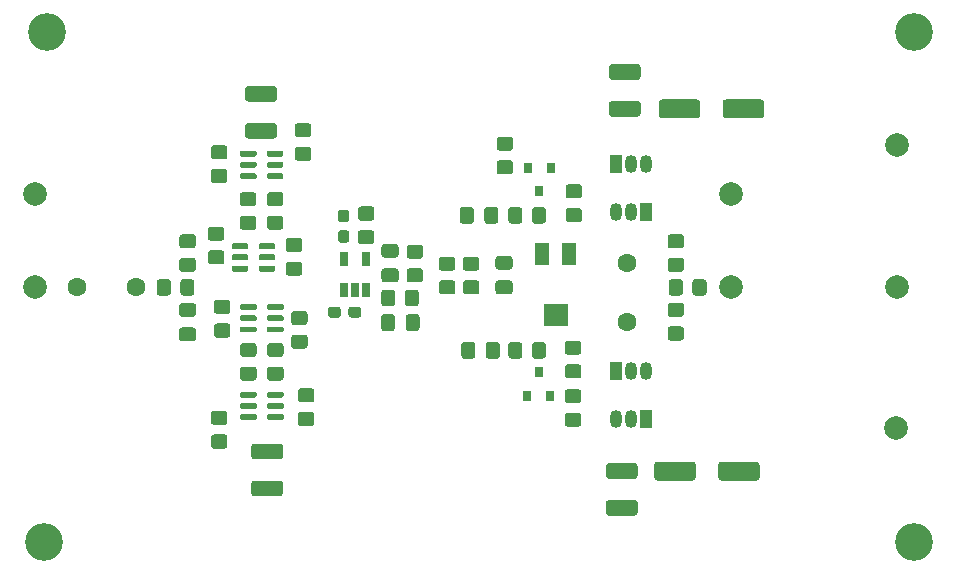
<source format=gbr>
G04 #@! TF.GenerationSoftware,KiCad,Pcbnew,(5.1.10-0-10_14)*
G04 #@! TF.CreationDate,2021-10-31T18:21:36+01:00*
G04 #@! TF.ProjectId,pre-amp-discret,7072652d-616d-4702-9d64-697363726574,rev?*
G04 #@! TF.SameCoordinates,Original*
G04 #@! TF.FileFunction,Soldermask,Top*
G04 #@! TF.FilePolarity,Negative*
%FSLAX46Y46*%
G04 Gerber Fmt 4.6, Leading zero omitted, Abs format (unit mm)*
G04 Created by KiCad (PCBNEW (5.1.10-0-10_14)) date 2021-10-31 18:21:36*
%MOMM*%
%LPD*%
G01*
G04 APERTURE LIST*
%ADD10R,0.650000X1.220000*%
%ADD11R,1.300000X1.900000*%
%ADD12R,2.000000X1.900000*%
%ADD13C,1.600000*%
%ADD14O,1.050000X1.500000*%
%ADD15R,1.050000X1.500000*%
%ADD16R,0.800000X0.900000*%
%ADD17C,2.000000*%
%ADD18C,3.200000*%
G04 APERTURE END LIST*
G36*
G01*
X181201000Y-136927500D02*
X181201000Y-138027500D01*
G75*
G02*
X180951000Y-138277500I-250000J0D01*
G01*
X177951000Y-138277500D01*
G75*
G02*
X177701000Y-138027500I0J250000D01*
G01*
X177701000Y-136927500D01*
G75*
G02*
X177951000Y-136677500I250000J0D01*
G01*
X180951000Y-136677500D01*
G75*
G02*
X181201000Y-136927500I0J-250000D01*
G01*
G37*
G36*
G01*
X186601000Y-136927500D02*
X186601000Y-138027500D01*
G75*
G02*
X186351000Y-138277500I-250000J0D01*
G01*
X183351000Y-138277500D01*
G75*
G02*
X183101000Y-138027500I0J250000D01*
G01*
X183101000Y-136927500D01*
G75*
G02*
X183351000Y-136677500I250000J0D01*
G01*
X186351000Y-136677500D01*
G75*
G02*
X186601000Y-136927500I0J-250000D01*
G01*
G37*
G36*
G01*
X183482000Y-107357000D02*
X183482000Y-106257000D01*
G75*
G02*
X183732000Y-106007000I250000J0D01*
G01*
X186732000Y-106007000D01*
G75*
G02*
X186982000Y-106257000I0J-250000D01*
G01*
X186982000Y-107357000D01*
G75*
G02*
X186732000Y-107607000I-250000J0D01*
G01*
X183732000Y-107607000D01*
G75*
G02*
X183482000Y-107357000I0J250000D01*
G01*
G37*
G36*
G01*
X178082000Y-107357000D02*
X178082000Y-106257000D01*
G75*
G02*
X178332000Y-106007000I250000J0D01*
G01*
X181332000Y-106007000D01*
G75*
G02*
X181582000Y-106257000I0J-250000D01*
G01*
X181582000Y-107357000D01*
G75*
G02*
X181332000Y-107607000I-250000J0D01*
G01*
X178332000Y-107607000D01*
G75*
G02*
X178082000Y-107357000I0J250000D01*
G01*
G37*
G36*
G01*
X173842499Y-139926500D02*
X176042501Y-139926500D01*
G75*
G02*
X176292500Y-140176499I0J-249999D01*
G01*
X176292500Y-141001501D01*
G75*
G02*
X176042501Y-141251500I-249999J0D01*
G01*
X173842499Y-141251500D01*
G75*
G02*
X173592500Y-141001501I0J249999D01*
G01*
X173592500Y-140176499D01*
G75*
G02*
X173842499Y-139926500I249999J0D01*
G01*
G37*
G36*
G01*
X173842499Y-136801500D02*
X176042501Y-136801500D01*
G75*
G02*
X176292500Y-137051499I0J-249999D01*
G01*
X176292500Y-137876501D01*
G75*
G02*
X176042501Y-138126500I-249999J0D01*
G01*
X173842499Y-138126500D01*
G75*
G02*
X173592500Y-137876501I0J249999D01*
G01*
X173592500Y-137051499D01*
G75*
G02*
X173842499Y-136801500I249999J0D01*
G01*
G37*
G36*
G01*
X174096499Y-106144500D02*
X176296501Y-106144500D01*
G75*
G02*
X176546500Y-106394499I0J-249999D01*
G01*
X176546500Y-107219501D01*
G75*
G02*
X176296501Y-107469500I-249999J0D01*
G01*
X174096499Y-107469500D01*
G75*
G02*
X173846500Y-107219501I0J249999D01*
G01*
X173846500Y-106394499D01*
G75*
G02*
X174096499Y-106144500I249999J0D01*
G01*
G37*
G36*
G01*
X174096499Y-103019500D02*
X176296501Y-103019500D01*
G75*
G02*
X176546500Y-103269499I0J-249999D01*
G01*
X176546500Y-104094501D01*
G75*
G02*
X176296501Y-104344500I-249999J0D01*
G01*
X174096499Y-104344500D01*
G75*
G02*
X173846500Y-104094501I0J249999D01*
G01*
X173846500Y-103269499D01*
G75*
G02*
X174096499Y-103019500I249999J0D01*
G01*
G37*
G36*
G01*
X143806999Y-138275500D02*
X146007001Y-138275500D01*
G75*
G02*
X146257000Y-138525499I0J-249999D01*
G01*
X146257000Y-139350501D01*
G75*
G02*
X146007001Y-139600500I-249999J0D01*
G01*
X143806999Y-139600500D01*
G75*
G02*
X143557000Y-139350501I0J249999D01*
G01*
X143557000Y-138525499D01*
G75*
G02*
X143806999Y-138275500I249999J0D01*
G01*
G37*
G36*
G01*
X143806999Y-135150500D02*
X146007001Y-135150500D01*
G75*
G02*
X146257000Y-135400499I0J-249999D01*
G01*
X146257000Y-136225501D01*
G75*
G02*
X146007001Y-136475500I-249999J0D01*
G01*
X143806999Y-136475500D01*
G75*
G02*
X143557000Y-136225501I0J249999D01*
G01*
X143557000Y-135400499D01*
G75*
G02*
X143806999Y-135150500I249999J0D01*
G01*
G37*
G36*
G01*
X143298999Y-107999500D02*
X145499001Y-107999500D01*
G75*
G02*
X145749000Y-108249499I0J-249999D01*
G01*
X145749000Y-109074501D01*
G75*
G02*
X145499001Y-109324500I-249999J0D01*
G01*
X143298999Y-109324500D01*
G75*
G02*
X143049000Y-109074501I0J249999D01*
G01*
X143049000Y-108249499D01*
G75*
G02*
X143298999Y-107999500I249999J0D01*
G01*
G37*
G36*
G01*
X143298999Y-104874500D02*
X145499001Y-104874500D01*
G75*
G02*
X145749000Y-105124499I0J-249999D01*
G01*
X145749000Y-105949501D01*
G75*
G02*
X145499001Y-106199500I-249999J0D01*
G01*
X143298999Y-106199500D01*
G75*
G02*
X143049000Y-105949501I0J249999D01*
G01*
X143049000Y-105124499D01*
G75*
G02*
X143298999Y-104874500I249999J0D01*
G01*
G37*
D10*
X151384000Y-119554000D03*
X153284000Y-119554000D03*
X153284000Y-122174000D03*
X152334000Y-122174000D03*
X151384000Y-122174000D03*
G36*
G01*
X155762500Y-122358999D02*
X155762500Y-123259001D01*
G75*
G02*
X155512501Y-123509000I-249999J0D01*
G01*
X154812499Y-123509000D01*
G75*
G02*
X154562500Y-123259001I0J249999D01*
G01*
X154562500Y-122358999D01*
G75*
G02*
X154812499Y-122109000I249999J0D01*
G01*
X155512501Y-122109000D01*
G75*
G02*
X155762500Y-122358999I0J-249999D01*
G01*
G37*
G36*
G01*
X157762500Y-122358999D02*
X157762500Y-123259001D01*
G75*
G02*
X157512501Y-123509000I-249999J0D01*
G01*
X156812499Y-123509000D01*
G75*
G02*
X156562500Y-123259001I0J249999D01*
G01*
X156562500Y-122358999D01*
G75*
G02*
X156812499Y-122109000I249999J0D01*
G01*
X157512501Y-122109000D01*
G75*
G02*
X157762500Y-122358999I0J-249999D01*
G01*
G37*
G36*
G01*
X157866501Y-119504000D02*
X156966499Y-119504000D01*
G75*
G02*
X156716500Y-119254001I0J249999D01*
G01*
X156716500Y-118553999D01*
G75*
G02*
X156966499Y-118304000I249999J0D01*
G01*
X157866501Y-118304000D01*
G75*
G02*
X158116500Y-118553999I0J-249999D01*
G01*
X158116500Y-119254001D01*
G75*
G02*
X157866501Y-119504000I-249999J0D01*
G01*
G37*
G36*
G01*
X157866501Y-121504000D02*
X156966499Y-121504000D01*
G75*
G02*
X156716500Y-121254001I0J249999D01*
G01*
X156716500Y-120553999D01*
G75*
G02*
X156966499Y-120304000I249999J0D01*
G01*
X157866501Y-120304000D01*
G75*
G02*
X158116500Y-120553999I0J-249999D01*
G01*
X158116500Y-121254001D01*
G75*
G02*
X157866501Y-121504000I-249999J0D01*
G01*
G37*
G36*
G01*
X153739001Y-116265500D02*
X152838999Y-116265500D01*
G75*
G02*
X152589000Y-116015501I0J249999D01*
G01*
X152589000Y-115315499D01*
G75*
G02*
X152838999Y-115065500I249999J0D01*
G01*
X153739001Y-115065500D01*
G75*
G02*
X153989000Y-115315499I0J-249999D01*
G01*
X153989000Y-116015501D01*
G75*
G02*
X153739001Y-116265500I-249999J0D01*
G01*
G37*
G36*
G01*
X153739001Y-118265500D02*
X152838999Y-118265500D01*
G75*
G02*
X152589000Y-118015501I0J249999D01*
G01*
X152589000Y-117315499D01*
G75*
G02*
X152838999Y-117065500I249999J0D01*
G01*
X153739001Y-117065500D01*
G75*
G02*
X153989000Y-117315499I0J-249999D01*
G01*
X153989000Y-118015501D01*
G75*
G02*
X153739001Y-118265500I-249999J0D01*
G01*
G37*
G36*
G01*
X155738500Y-124429500D02*
X155738500Y-125379500D01*
G75*
G02*
X155488500Y-125629500I-250000J0D01*
G01*
X154813500Y-125629500D01*
G75*
G02*
X154563500Y-125379500I0J250000D01*
G01*
X154563500Y-124429500D01*
G75*
G02*
X154813500Y-124179500I250000J0D01*
G01*
X155488500Y-124179500D01*
G75*
G02*
X155738500Y-124429500I0J-250000D01*
G01*
G37*
G36*
G01*
X157813500Y-124429500D02*
X157813500Y-125379500D01*
G75*
G02*
X157563500Y-125629500I-250000J0D01*
G01*
X156888500Y-125629500D01*
G75*
G02*
X156638500Y-125379500I0J250000D01*
G01*
X156638500Y-124429500D01*
G75*
G02*
X156888500Y-124179500I250000J0D01*
G01*
X157563500Y-124179500D01*
G75*
G02*
X157813500Y-124429500I0J-250000D01*
G01*
G37*
G36*
G01*
X151799000Y-124253000D02*
X151799000Y-123778000D01*
G75*
G02*
X152036500Y-123540500I237500J0D01*
G01*
X152636500Y-123540500D01*
G75*
G02*
X152874000Y-123778000I0J-237500D01*
G01*
X152874000Y-124253000D01*
G75*
G02*
X152636500Y-124490500I-237500J0D01*
G01*
X152036500Y-124490500D01*
G75*
G02*
X151799000Y-124253000I0J237500D01*
G01*
G37*
G36*
G01*
X150074000Y-124253000D02*
X150074000Y-123778000D01*
G75*
G02*
X150311500Y-123540500I237500J0D01*
G01*
X150911500Y-123540500D01*
G75*
G02*
X151149000Y-123778000I0J-237500D01*
G01*
X151149000Y-124253000D01*
G75*
G02*
X150911500Y-124490500I-237500J0D01*
G01*
X150311500Y-124490500D01*
G75*
G02*
X150074000Y-124253000I0J237500D01*
G01*
G37*
G36*
G01*
X151146500Y-117064500D02*
X151621500Y-117064500D01*
G75*
G02*
X151859000Y-117302000I0J-237500D01*
G01*
X151859000Y-117902000D01*
G75*
G02*
X151621500Y-118139500I-237500J0D01*
G01*
X151146500Y-118139500D01*
G75*
G02*
X150909000Y-117902000I0J237500D01*
G01*
X150909000Y-117302000D01*
G75*
G02*
X151146500Y-117064500I237500J0D01*
G01*
G37*
G36*
G01*
X151146500Y-115339500D02*
X151621500Y-115339500D01*
G75*
G02*
X151859000Y-115577000I0J-237500D01*
G01*
X151859000Y-116177000D01*
G75*
G02*
X151621500Y-116414500I-237500J0D01*
G01*
X151146500Y-116414500D01*
G75*
G02*
X150909000Y-116177000I0J237500D01*
G01*
X150909000Y-115577000D01*
G75*
G02*
X151146500Y-115339500I237500J0D01*
G01*
G37*
G36*
G01*
X155796000Y-119416500D02*
X154846000Y-119416500D01*
G75*
G02*
X154596000Y-119166500I0J250000D01*
G01*
X154596000Y-118491500D01*
G75*
G02*
X154846000Y-118241500I250000J0D01*
G01*
X155796000Y-118241500D01*
G75*
G02*
X156046000Y-118491500I0J-250000D01*
G01*
X156046000Y-119166500D01*
G75*
G02*
X155796000Y-119416500I-250000J0D01*
G01*
G37*
G36*
G01*
X155796000Y-121491500D02*
X154846000Y-121491500D01*
G75*
G02*
X154596000Y-121241500I0J250000D01*
G01*
X154596000Y-120566500D01*
G75*
G02*
X154846000Y-120316500I250000J0D01*
G01*
X155796000Y-120316500D01*
G75*
G02*
X156046000Y-120566500I0J-250000D01*
G01*
X156046000Y-121241500D01*
G75*
G02*
X155796000Y-121491500I-250000J0D01*
G01*
G37*
D11*
X170497500Y-119126000D03*
D12*
X169347500Y-124226000D03*
D11*
X168197500Y-119126000D03*
G36*
G01*
X138626001Y-118615000D02*
X137725999Y-118615000D01*
G75*
G02*
X137476000Y-118365001I0J249999D01*
G01*
X137476000Y-117664999D01*
G75*
G02*
X137725999Y-117415000I249999J0D01*
G01*
X138626001Y-117415000D01*
G75*
G02*
X138876000Y-117664999I0J-249999D01*
G01*
X138876000Y-118365001D01*
G75*
G02*
X138626001Y-118615000I-249999J0D01*
G01*
G37*
G36*
G01*
X138626001Y-120615000D02*
X137725999Y-120615000D01*
G75*
G02*
X137476000Y-120365001I0J249999D01*
G01*
X137476000Y-119664999D01*
G75*
G02*
X137725999Y-119415000I249999J0D01*
G01*
X138626001Y-119415000D01*
G75*
G02*
X138876000Y-119664999I0J-249999D01*
G01*
X138876000Y-120365001D01*
G75*
G02*
X138626001Y-120615000I-249999J0D01*
G01*
G37*
G36*
G01*
X136760000Y-121469999D02*
X136760000Y-122370001D01*
G75*
G02*
X136510001Y-122620000I-249999J0D01*
G01*
X135809999Y-122620000D01*
G75*
G02*
X135560000Y-122370001I0J249999D01*
G01*
X135560000Y-121469999D01*
G75*
G02*
X135809999Y-121220000I249999J0D01*
G01*
X136510001Y-121220000D01*
G75*
G02*
X136760000Y-121469999I0J-249999D01*
G01*
G37*
G36*
G01*
X138760000Y-121469999D02*
X138760000Y-122370001D01*
G75*
G02*
X138510001Y-122620000I-249999J0D01*
G01*
X137809999Y-122620000D01*
G75*
G02*
X137560000Y-122370001I0J249999D01*
G01*
X137560000Y-121469999D01*
G75*
G02*
X137809999Y-121220000I249999J0D01*
G01*
X138510001Y-121220000D01*
G75*
G02*
X138760000Y-121469999I0J-249999D01*
G01*
G37*
G36*
G01*
X138651000Y-124412500D02*
X137701000Y-124412500D01*
G75*
G02*
X137451000Y-124162500I0J250000D01*
G01*
X137451000Y-123487500D01*
G75*
G02*
X137701000Y-123237500I250000J0D01*
G01*
X138651000Y-123237500D01*
G75*
G02*
X138901000Y-123487500I0J-250000D01*
G01*
X138901000Y-124162500D01*
G75*
G02*
X138651000Y-124412500I-250000J0D01*
G01*
G37*
G36*
G01*
X138651000Y-126487500D02*
X137701000Y-126487500D01*
G75*
G02*
X137451000Y-126237500I0J250000D01*
G01*
X137451000Y-125562500D01*
G75*
G02*
X137701000Y-125312500I250000J0D01*
G01*
X138651000Y-125312500D01*
G75*
G02*
X138901000Y-125562500I0J-250000D01*
G01*
X138901000Y-126237500D01*
G75*
G02*
X138651000Y-126487500I-250000J0D01*
G01*
G37*
G36*
G01*
X147758999Y-132464000D02*
X148659001Y-132464000D01*
G75*
G02*
X148909000Y-132713999I0J-249999D01*
G01*
X148909000Y-133414001D01*
G75*
G02*
X148659001Y-133664000I-249999J0D01*
G01*
X147758999Y-133664000D01*
G75*
G02*
X147509000Y-133414001I0J249999D01*
G01*
X147509000Y-132713999D01*
G75*
G02*
X147758999Y-132464000I249999J0D01*
G01*
G37*
G36*
G01*
X147758999Y-130464000D02*
X148659001Y-130464000D01*
G75*
G02*
X148909000Y-130713999I0J-249999D01*
G01*
X148909000Y-131414001D01*
G75*
G02*
X148659001Y-131664000I-249999J0D01*
G01*
X147758999Y-131664000D01*
G75*
G02*
X147509000Y-131414001I0J249999D01*
G01*
X147509000Y-130713999D01*
G75*
G02*
X147758999Y-130464000I249999J0D01*
G01*
G37*
G36*
G01*
X159696999Y-121320000D02*
X160597001Y-121320000D01*
G75*
G02*
X160847000Y-121569999I0J-249999D01*
G01*
X160847000Y-122270001D01*
G75*
G02*
X160597001Y-122520000I-249999J0D01*
G01*
X159696999Y-122520000D01*
G75*
G02*
X159447000Y-122270001I0J249999D01*
G01*
X159447000Y-121569999D01*
G75*
G02*
X159696999Y-121320000I249999J0D01*
G01*
G37*
G36*
G01*
X159696999Y-119320000D02*
X160597001Y-119320000D01*
G75*
G02*
X160847000Y-119569999I0J-249999D01*
G01*
X160847000Y-120270001D01*
G75*
G02*
X160597001Y-120520000I-249999J0D01*
G01*
X159696999Y-120520000D01*
G75*
G02*
X159447000Y-120270001I0J249999D01*
G01*
X159447000Y-119569999D01*
G75*
G02*
X159696999Y-119320000I249999J0D01*
G01*
G37*
G36*
G01*
X164608000Y-126779000D02*
X164608000Y-127729000D01*
G75*
G02*
X164358000Y-127979000I-250000J0D01*
G01*
X163683000Y-127979000D01*
G75*
G02*
X163433000Y-127729000I0J250000D01*
G01*
X163433000Y-126779000D01*
G75*
G02*
X163683000Y-126529000I250000J0D01*
G01*
X164358000Y-126529000D01*
G75*
G02*
X164608000Y-126779000I0J-250000D01*
G01*
G37*
G36*
G01*
X162533000Y-126779000D02*
X162533000Y-127729000D01*
G75*
G02*
X162283000Y-127979000I-250000J0D01*
G01*
X161608000Y-127979000D01*
G75*
G02*
X161358000Y-127729000I0J250000D01*
G01*
X161358000Y-126779000D01*
G75*
G02*
X161608000Y-126529000I250000J0D01*
G01*
X162283000Y-126529000D01*
G75*
G02*
X162533000Y-126779000I0J-250000D01*
G01*
G37*
G36*
G01*
X161231000Y-116299000D02*
X161231000Y-115349000D01*
G75*
G02*
X161481000Y-115099000I250000J0D01*
G01*
X162156000Y-115099000D01*
G75*
G02*
X162406000Y-115349000I0J-250000D01*
G01*
X162406000Y-116299000D01*
G75*
G02*
X162156000Y-116549000I-250000J0D01*
G01*
X161481000Y-116549000D01*
G75*
G02*
X161231000Y-116299000I0J250000D01*
G01*
G37*
G36*
G01*
X163306000Y-116299000D02*
X163306000Y-115349000D01*
G75*
G02*
X163556000Y-115099000I250000J0D01*
G01*
X164231000Y-115099000D01*
G75*
G02*
X164481000Y-115349000I0J-250000D01*
G01*
X164481000Y-116299000D01*
G75*
G02*
X164231000Y-116549000I-250000J0D01*
G01*
X163556000Y-116549000D01*
G75*
G02*
X163306000Y-116299000I0J250000D01*
G01*
G37*
D13*
X175387000Y-124824500D03*
X175387000Y-119824500D03*
G36*
G01*
X179064499Y-123225000D02*
X179964501Y-123225000D01*
G75*
G02*
X180214500Y-123474999I0J-249999D01*
G01*
X180214500Y-124175001D01*
G75*
G02*
X179964501Y-124425000I-249999J0D01*
G01*
X179064499Y-124425000D01*
G75*
G02*
X178814500Y-124175001I0J249999D01*
G01*
X178814500Y-123474999D01*
G75*
G02*
X179064499Y-123225000I249999J0D01*
G01*
G37*
G36*
G01*
X179064499Y-125225000D02*
X179964501Y-125225000D01*
G75*
G02*
X180214500Y-125474999I0J-249999D01*
G01*
X180214500Y-126175001D01*
G75*
G02*
X179964501Y-126425000I-249999J0D01*
G01*
X179064499Y-126425000D01*
G75*
G02*
X178814500Y-126175001I0J249999D01*
G01*
X178814500Y-125474999D01*
G75*
G02*
X179064499Y-125225000I249999J0D01*
G01*
G37*
G36*
G01*
X179064499Y-117415000D02*
X179964501Y-117415000D01*
G75*
G02*
X180214500Y-117664999I0J-249999D01*
G01*
X180214500Y-118365001D01*
G75*
G02*
X179964501Y-118615000I-249999J0D01*
G01*
X179064499Y-118615000D01*
G75*
G02*
X178814500Y-118365001I0J249999D01*
G01*
X178814500Y-117664999D01*
G75*
G02*
X179064499Y-117415000I249999J0D01*
G01*
G37*
G36*
G01*
X179064499Y-119415000D02*
X179964501Y-119415000D01*
G75*
G02*
X180214500Y-119664999I0J-249999D01*
G01*
X180214500Y-120365001D01*
G75*
G02*
X179964501Y-120615000I-249999J0D01*
G01*
X179064499Y-120615000D01*
G75*
G02*
X178814500Y-120365001I0J249999D01*
G01*
X178814500Y-119664999D01*
G75*
G02*
X179064499Y-119415000I249999J0D01*
G01*
G37*
G36*
G01*
X170364999Y-126432000D02*
X171265001Y-126432000D01*
G75*
G02*
X171515000Y-126681999I0J-249999D01*
G01*
X171515000Y-127382001D01*
G75*
G02*
X171265001Y-127632000I-249999J0D01*
G01*
X170364999Y-127632000D01*
G75*
G02*
X170115000Y-127382001I0J249999D01*
G01*
X170115000Y-126681999D01*
G75*
G02*
X170364999Y-126432000I249999J0D01*
G01*
G37*
G36*
G01*
X170364999Y-128432000D02*
X171265001Y-128432000D01*
G75*
G02*
X171515000Y-128681999I0J-249999D01*
G01*
X171515000Y-129382001D01*
G75*
G02*
X171265001Y-129632000I-249999J0D01*
G01*
X170364999Y-129632000D01*
G75*
G02*
X170115000Y-129382001I0J249999D01*
G01*
X170115000Y-128681999D01*
G75*
G02*
X170364999Y-128432000I249999J0D01*
G01*
G37*
G36*
G01*
X170428499Y-113192000D02*
X171328501Y-113192000D01*
G75*
G02*
X171578500Y-113441999I0J-249999D01*
G01*
X171578500Y-114142001D01*
G75*
G02*
X171328501Y-114392000I-249999J0D01*
G01*
X170428499Y-114392000D01*
G75*
G02*
X170178500Y-114142001I0J249999D01*
G01*
X170178500Y-113441999D01*
G75*
G02*
X170428499Y-113192000I249999J0D01*
G01*
G37*
G36*
G01*
X170428499Y-115192000D02*
X171328501Y-115192000D01*
G75*
G02*
X171578500Y-115441999I0J-249999D01*
G01*
X171578500Y-116142001D01*
G75*
G02*
X171328501Y-116392000I-249999J0D01*
G01*
X170428499Y-116392000D01*
G75*
G02*
X170178500Y-116142001I0J249999D01*
G01*
X170178500Y-115441999D01*
G75*
G02*
X170428499Y-115192000I249999J0D01*
G01*
G37*
G36*
G01*
X165325500Y-127704001D02*
X165325500Y-126803999D01*
G75*
G02*
X165575499Y-126554000I249999J0D01*
G01*
X166275501Y-126554000D01*
G75*
G02*
X166525500Y-126803999I0J-249999D01*
G01*
X166525500Y-127704001D01*
G75*
G02*
X166275501Y-127954000I-249999J0D01*
G01*
X165575499Y-127954000D01*
G75*
G02*
X165325500Y-127704001I0J249999D01*
G01*
G37*
G36*
G01*
X167325500Y-127704001D02*
X167325500Y-126803999D01*
G75*
G02*
X167575499Y-126554000I249999J0D01*
G01*
X168275501Y-126554000D01*
G75*
G02*
X168525500Y-126803999I0J-249999D01*
G01*
X168525500Y-127704001D01*
G75*
G02*
X168275501Y-127954000I-249999J0D01*
G01*
X167575499Y-127954000D01*
G75*
G02*
X167325500Y-127704001I0J249999D01*
G01*
G37*
G36*
G01*
X168525500Y-115373999D02*
X168525500Y-116274001D01*
G75*
G02*
X168275501Y-116524000I-249999J0D01*
G01*
X167575499Y-116524000D01*
G75*
G02*
X167325500Y-116274001I0J249999D01*
G01*
X167325500Y-115373999D01*
G75*
G02*
X167575499Y-115124000I249999J0D01*
G01*
X168275501Y-115124000D01*
G75*
G02*
X168525500Y-115373999I0J-249999D01*
G01*
G37*
G36*
G01*
X166525500Y-115373999D02*
X166525500Y-116274001D01*
G75*
G02*
X166275501Y-116524000I-249999J0D01*
G01*
X165575499Y-116524000D01*
G75*
G02*
X165325500Y-116274001I0J249999D01*
G01*
X165325500Y-115373999D01*
G75*
G02*
X165575499Y-115124000I249999J0D01*
G01*
X166275501Y-115124000D01*
G75*
G02*
X166525500Y-115373999I0J-249999D01*
G01*
G37*
D14*
X175704500Y-133096000D03*
X174434500Y-133096000D03*
D15*
X176974500Y-133096000D03*
D14*
X175704500Y-111506000D03*
X176974500Y-111506000D03*
D15*
X174434500Y-111506000D03*
D14*
X175704500Y-129032000D03*
X176974500Y-129032000D03*
D15*
X174434500Y-129032000D03*
D14*
X175704500Y-115570000D03*
X174434500Y-115570000D03*
D15*
X176974500Y-115570000D03*
D16*
X166944000Y-131095500D03*
X168844000Y-131095500D03*
X167894000Y-129095500D03*
G36*
G01*
X144893000Y-131125500D02*
X144893000Y-130875500D01*
G75*
G02*
X145018000Y-130750500I125000J0D01*
G01*
X146193000Y-130750500D01*
G75*
G02*
X146318000Y-130875500I0J-125000D01*
G01*
X146318000Y-131125500D01*
G75*
G02*
X146193000Y-131250500I-125000J0D01*
G01*
X145018000Y-131250500D01*
G75*
G02*
X144893000Y-131125500I0J125000D01*
G01*
G37*
G36*
G01*
X144893000Y-132075500D02*
X144893000Y-131825500D01*
G75*
G02*
X145018000Y-131700500I125000J0D01*
G01*
X146193000Y-131700500D01*
G75*
G02*
X146318000Y-131825500I0J-125000D01*
G01*
X146318000Y-132075500D01*
G75*
G02*
X146193000Y-132200500I-125000J0D01*
G01*
X145018000Y-132200500D01*
G75*
G02*
X144893000Y-132075500I0J125000D01*
G01*
G37*
G36*
G01*
X144893000Y-133025500D02*
X144893000Y-132775500D01*
G75*
G02*
X145018000Y-132650500I125000J0D01*
G01*
X146193000Y-132650500D01*
G75*
G02*
X146318000Y-132775500I0J-125000D01*
G01*
X146318000Y-133025500D01*
G75*
G02*
X146193000Y-133150500I-125000J0D01*
G01*
X145018000Y-133150500D01*
G75*
G02*
X144893000Y-133025500I0J125000D01*
G01*
G37*
G36*
G01*
X142618000Y-133025500D02*
X142618000Y-132775500D01*
G75*
G02*
X142743000Y-132650500I125000J0D01*
G01*
X143918000Y-132650500D01*
G75*
G02*
X144043000Y-132775500I0J-125000D01*
G01*
X144043000Y-133025500D01*
G75*
G02*
X143918000Y-133150500I-125000J0D01*
G01*
X142743000Y-133150500D01*
G75*
G02*
X142618000Y-133025500I0J125000D01*
G01*
G37*
G36*
G01*
X142618000Y-132075500D02*
X142618000Y-131825500D01*
G75*
G02*
X142743000Y-131700500I125000J0D01*
G01*
X143918000Y-131700500D01*
G75*
G02*
X144043000Y-131825500I0J-125000D01*
G01*
X144043000Y-132075500D01*
G75*
G02*
X143918000Y-132200500I-125000J0D01*
G01*
X142743000Y-132200500D01*
G75*
G02*
X142618000Y-132075500I0J125000D01*
G01*
G37*
G36*
G01*
X142618000Y-131125500D02*
X142618000Y-130875500D01*
G75*
G02*
X142743000Y-130750500I125000J0D01*
G01*
X143918000Y-130750500D01*
G75*
G02*
X144043000Y-130875500I0J-125000D01*
G01*
X144043000Y-131125500D01*
G75*
G02*
X143918000Y-131250500I-125000J0D01*
G01*
X142743000Y-131250500D01*
G75*
G02*
X142618000Y-131125500I0J125000D01*
G01*
G37*
G36*
G01*
X144032000Y-125358700D02*
X144032000Y-125608700D01*
G75*
G02*
X143907000Y-125733700I-125000J0D01*
G01*
X142732000Y-125733700D01*
G75*
G02*
X142607000Y-125608700I0J125000D01*
G01*
X142607000Y-125358700D01*
G75*
G02*
X142732000Y-125233700I125000J0D01*
G01*
X143907000Y-125233700D01*
G75*
G02*
X144032000Y-125358700I0J-125000D01*
G01*
G37*
G36*
G01*
X144032000Y-124408700D02*
X144032000Y-124658700D01*
G75*
G02*
X143907000Y-124783700I-125000J0D01*
G01*
X142732000Y-124783700D01*
G75*
G02*
X142607000Y-124658700I0J125000D01*
G01*
X142607000Y-124408700D01*
G75*
G02*
X142732000Y-124283700I125000J0D01*
G01*
X143907000Y-124283700D01*
G75*
G02*
X144032000Y-124408700I0J-125000D01*
G01*
G37*
G36*
G01*
X144032000Y-123458700D02*
X144032000Y-123708700D01*
G75*
G02*
X143907000Y-123833700I-125000J0D01*
G01*
X142732000Y-123833700D01*
G75*
G02*
X142607000Y-123708700I0J125000D01*
G01*
X142607000Y-123458700D01*
G75*
G02*
X142732000Y-123333700I125000J0D01*
G01*
X143907000Y-123333700D01*
G75*
G02*
X144032000Y-123458700I0J-125000D01*
G01*
G37*
G36*
G01*
X146307000Y-123458700D02*
X146307000Y-123708700D01*
G75*
G02*
X146182000Y-123833700I-125000J0D01*
G01*
X145007000Y-123833700D01*
G75*
G02*
X144882000Y-123708700I0J125000D01*
G01*
X144882000Y-123458700D01*
G75*
G02*
X145007000Y-123333700I125000J0D01*
G01*
X146182000Y-123333700D01*
G75*
G02*
X146307000Y-123458700I0J-125000D01*
G01*
G37*
G36*
G01*
X146307000Y-124408700D02*
X146307000Y-124658700D01*
G75*
G02*
X146182000Y-124783700I-125000J0D01*
G01*
X145007000Y-124783700D01*
G75*
G02*
X144882000Y-124658700I0J125000D01*
G01*
X144882000Y-124408700D01*
G75*
G02*
X145007000Y-124283700I125000J0D01*
G01*
X146182000Y-124283700D01*
G75*
G02*
X146307000Y-124408700I0J-125000D01*
G01*
G37*
G36*
G01*
X146307000Y-125358700D02*
X146307000Y-125608700D01*
G75*
G02*
X146182000Y-125733700I-125000J0D01*
G01*
X145007000Y-125733700D01*
G75*
G02*
X144882000Y-125608700I0J125000D01*
G01*
X144882000Y-125358700D01*
G75*
G02*
X145007000Y-125233700I125000J0D01*
G01*
X146182000Y-125233700D01*
G75*
G02*
X146307000Y-125358700I0J-125000D01*
G01*
G37*
G36*
G01*
X144869300Y-110721600D02*
X144869300Y-110471600D01*
G75*
G02*
X144994300Y-110346600I125000J0D01*
G01*
X146169300Y-110346600D01*
G75*
G02*
X146294300Y-110471600I0J-125000D01*
G01*
X146294300Y-110721600D01*
G75*
G02*
X146169300Y-110846600I-125000J0D01*
G01*
X144994300Y-110846600D01*
G75*
G02*
X144869300Y-110721600I0J125000D01*
G01*
G37*
G36*
G01*
X144869300Y-111671600D02*
X144869300Y-111421600D01*
G75*
G02*
X144994300Y-111296600I125000J0D01*
G01*
X146169300Y-111296600D01*
G75*
G02*
X146294300Y-111421600I0J-125000D01*
G01*
X146294300Y-111671600D01*
G75*
G02*
X146169300Y-111796600I-125000J0D01*
G01*
X144994300Y-111796600D01*
G75*
G02*
X144869300Y-111671600I0J125000D01*
G01*
G37*
G36*
G01*
X144869300Y-112621600D02*
X144869300Y-112371600D01*
G75*
G02*
X144994300Y-112246600I125000J0D01*
G01*
X146169300Y-112246600D01*
G75*
G02*
X146294300Y-112371600I0J-125000D01*
G01*
X146294300Y-112621600D01*
G75*
G02*
X146169300Y-112746600I-125000J0D01*
G01*
X144994300Y-112746600D01*
G75*
G02*
X144869300Y-112621600I0J125000D01*
G01*
G37*
G36*
G01*
X142594300Y-112621600D02*
X142594300Y-112371600D01*
G75*
G02*
X142719300Y-112246600I125000J0D01*
G01*
X143894300Y-112246600D01*
G75*
G02*
X144019300Y-112371600I0J-125000D01*
G01*
X144019300Y-112621600D01*
G75*
G02*
X143894300Y-112746600I-125000J0D01*
G01*
X142719300Y-112746600D01*
G75*
G02*
X142594300Y-112621600I0J125000D01*
G01*
G37*
G36*
G01*
X142594300Y-111671600D02*
X142594300Y-111421600D01*
G75*
G02*
X142719300Y-111296600I125000J0D01*
G01*
X143894300Y-111296600D01*
G75*
G02*
X144019300Y-111421600I0J-125000D01*
G01*
X144019300Y-111671600D01*
G75*
G02*
X143894300Y-111796600I-125000J0D01*
G01*
X142719300Y-111796600D01*
G75*
G02*
X142594300Y-111671600I0J125000D01*
G01*
G37*
G36*
G01*
X142594300Y-110721600D02*
X142594300Y-110471600D01*
G75*
G02*
X142719300Y-110346600I125000J0D01*
G01*
X143894300Y-110346600D01*
G75*
G02*
X144019300Y-110471600I0J-125000D01*
G01*
X144019300Y-110721600D01*
G75*
G02*
X143894300Y-110846600I-125000J0D01*
G01*
X142719300Y-110846600D01*
G75*
G02*
X142594300Y-110721600I0J125000D01*
G01*
G37*
G36*
G01*
X144183500Y-118557500D02*
X144183500Y-118307500D01*
G75*
G02*
X144308500Y-118182500I125000J0D01*
G01*
X145483500Y-118182500D01*
G75*
G02*
X145608500Y-118307500I0J-125000D01*
G01*
X145608500Y-118557500D01*
G75*
G02*
X145483500Y-118682500I-125000J0D01*
G01*
X144308500Y-118682500D01*
G75*
G02*
X144183500Y-118557500I0J125000D01*
G01*
G37*
G36*
G01*
X144183500Y-119507500D02*
X144183500Y-119257500D01*
G75*
G02*
X144308500Y-119132500I125000J0D01*
G01*
X145483500Y-119132500D01*
G75*
G02*
X145608500Y-119257500I0J-125000D01*
G01*
X145608500Y-119507500D01*
G75*
G02*
X145483500Y-119632500I-125000J0D01*
G01*
X144308500Y-119632500D01*
G75*
G02*
X144183500Y-119507500I0J125000D01*
G01*
G37*
G36*
G01*
X144183500Y-120457500D02*
X144183500Y-120207500D01*
G75*
G02*
X144308500Y-120082500I125000J0D01*
G01*
X145483500Y-120082500D01*
G75*
G02*
X145608500Y-120207500I0J-125000D01*
G01*
X145608500Y-120457500D01*
G75*
G02*
X145483500Y-120582500I-125000J0D01*
G01*
X144308500Y-120582500D01*
G75*
G02*
X144183500Y-120457500I0J125000D01*
G01*
G37*
G36*
G01*
X141908500Y-120457500D02*
X141908500Y-120207500D01*
G75*
G02*
X142033500Y-120082500I125000J0D01*
G01*
X143208500Y-120082500D01*
G75*
G02*
X143333500Y-120207500I0J-125000D01*
G01*
X143333500Y-120457500D01*
G75*
G02*
X143208500Y-120582500I-125000J0D01*
G01*
X142033500Y-120582500D01*
G75*
G02*
X141908500Y-120457500I0J125000D01*
G01*
G37*
G36*
G01*
X141908500Y-119507500D02*
X141908500Y-119257500D01*
G75*
G02*
X142033500Y-119132500I125000J0D01*
G01*
X143208500Y-119132500D01*
G75*
G02*
X143333500Y-119257500I0J-125000D01*
G01*
X143333500Y-119507500D01*
G75*
G02*
X143208500Y-119632500I-125000J0D01*
G01*
X142033500Y-119632500D01*
G75*
G02*
X141908500Y-119507500I0J125000D01*
G01*
G37*
G36*
G01*
X141908500Y-118557500D02*
X141908500Y-118307500D01*
G75*
G02*
X142033500Y-118182500I125000J0D01*
G01*
X143208500Y-118182500D01*
G75*
G02*
X143333500Y-118307500I0J-125000D01*
G01*
X143333500Y-118557500D01*
G75*
G02*
X143208500Y-118682500I-125000J0D01*
G01*
X142033500Y-118682500D01*
G75*
G02*
X141908500Y-118557500I0J125000D01*
G01*
G37*
G36*
G01*
X182114500Y-121469999D02*
X182114500Y-122370001D01*
G75*
G02*
X181864501Y-122620000I-249999J0D01*
G01*
X181164499Y-122620000D01*
G75*
G02*
X180914500Y-122370001I0J249999D01*
G01*
X180914500Y-121469999D01*
G75*
G02*
X181164499Y-121220000I249999J0D01*
G01*
X181864501Y-121220000D01*
G75*
G02*
X182114500Y-121469999I0J-249999D01*
G01*
G37*
G36*
G01*
X180114500Y-121469999D02*
X180114500Y-122370001D01*
G75*
G02*
X179864501Y-122620000I-249999J0D01*
G01*
X179164499Y-122620000D01*
G75*
G02*
X178914500Y-122370001I0J249999D01*
G01*
X178914500Y-121469999D01*
G75*
G02*
X179164499Y-121220000I249999J0D01*
G01*
X179864501Y-121220000D01*
G75*
G02*
X180114500Y-121469999I0J-249999D01*
G01*
G37*
G36*
G01*
X170364999Y-130527500D02*
X171265001Y-130527500D01*
G75*
G02*
X171515000Y-130777499I0J-249999D01*
G01*
X171515000Y-131477501D01*
G75*
G02*
X171265001Y-131727500I-249999J0D01*
G01*
X170364999Y-131727500D01*
G75*
G02*
X170115000Y-131477501I0J249999D01*
G01*
X170115000Y-130777499D01*
G75*
G02*
X170364999Y-130527500I249999J0D01*
G01*
G37*
G36*
G01*
X170364999Y-132527500D02*
X171265001Y-132527500D01*
G75*
G02*
X171515000Y-132777499I0J-249999D01*
G01*
X171515000Y-133477501D01*
G75*
G02*
X171265001Y-133727500I-249999J0D01*
G01*
X170364999Y-133727500D01*
G75*
G02*
X170115000Y-133477501I0J249999D01*
G01*
X170115000Y-132777499D01*
G75*
G02*
X170364999Y-132527500I249999J0D01*
G01*
G37*
G36*
G01*
X140138999Y-118780000D02*
X141039001Y-118780000D01*
G75*
G02*
X141289000Y-119029999I0J-249999D01*
G01*
X141289000Y-119730001D01*
G75*
G02*
X141039001Y-119980000I-249999J0D01*
G01*
X140138999Y-119980000D01*
G75*
G02*
X139889000Y-119730001I0J249999D01*
G01*
X139889000Y-119029999D01*
G75*
G02*
X140138999Y-118780000I249999J0D01*
G01*
G37*
G36*
G01*
X140138999Y-116780000D02*
X141039001Y-116780000D01*
G75*
G02*
X141289000Y-117029999I0J-249999D01*
G01*
X141289000Y-117730001D01*
G75*
G02*
X141039001Y-117980000I-249999J0D01*
G01*
X140138999Y-117980000D01*
G75*
G02*
X139889000Y-117730001I0J249999D01*
G01*
X139889000Y-117029999D01*
G75*
G02*
X140138999Y-116780000I249999J0D01*
G01*
G37*
G36*
G01*
X145142799Y-115846300D02*
X146042801Y-115846300D01*
G75*
G02*
X146292800Y-116096299I0J-249999D01*
G01*
X146292800Y-116796301D01*
G75*
G02*
X146042801Y-117046300I-249999J0D01*
G01*
X145142799Y-117046300D01*
G75*
G02*
X144892800Y-116796301I0J249999D01*
G01*
X144892800Y-116096299D01*
G75*
G02*
X145142799Y-115846300I249999J0D01*
G01*
G37*
G36*
G01*
X145142799Y-113846300D02*
X146042801Y-113846300D01*
G75*
G02*
X146292800Y-114096299I0J-249999D01*
G01*
X146292800Y-114796301D01*
G75*
G02*
X146042801Y-115046300I-249999J0D01*
G01*
X145142799Y-115046300D01*
G75*
G02*
X144892800Y-114796301I0J249999D01*
G01*
X144892800Y-114096299D01*
G75*
G02*
X145142799Y-113846300I249999J0D01*
G01*
G37*
G36*
G01*
X140392999Y-111890000D02*
X141293001Y-111890000D01*
G75*
G02*
X141543000Y-112139999I0J-249999D01*
G01*
X141543000Y-112840001D01*
G75*
G02*
X141293001Y-113090000I-249999J0D01*
G01*
X140392999Y-113090000D01*
G75*
G02*
X140143000Y-112840001I0J249999D01*
G01*
X140143000Y-112139999D01*
G75*
G02*
X140392999Y-111890000I249999J0D01*
G01*
G37*
G36*
G01*
X140392999Y-109890000D02*
X141293001Y-109890000D01*
G75*
G02*
X141543000Y-110139999I0J-249999D01*
G01*
X141543000Y-110840001D01*
G75*
G02*
X141293001Y-111090000I-249999J0D01*
G01*
X140392999Y-111090000D01*
G75*
G02*
X140143000Y-110840001I0J249999D01*
G01*
X140143000Y-110139999D01*
G75*
G02*
X140392999Y-109890000I249999J0D01*
G01*
G37*
G36*
G01*
X146742999Y-119732500D02*
X147643001Y-119732500D01*
G75*
G02*
X147893000Y-119982499I0J-249999D01*
G01*
X147893000Y-120682501D01*
G75*
G02*
X147643001Y-120932500I-249999J0D01*
G01*
X146742999Y-120932500D01*
G75*
G02*
X146493000Y-120682501I0J249999D01*
G01*
X146493000Y-119982499D01*
G75*
G02*
X146742999Y-119732500I249999J0D01*
G01*
G37*
G36*
G01*
X146742999Y-117732500D02*
X147643001Y-117732500D01*
G75*
G02*
X147893000Y-117982499I0J-249999D01*
G01*
X147893000Y-118682501D01*
G75*
G02*
X147643001Y-118932500I-249999J0D01*
G01*
X146742999Y-118932500D01*
G75*
G02*
X146493000Y-118682501I0J249999D01*
G01*
X146493000Y-117982499D01*
G75*
G02*
X146742999Y-117732500I249999J0D01*
G01*
G37*
G36*
G01*
X142844099Y-115859000D02*
X143744101Y-115859000D01*
G75*
G02*
X143994100Y-116108999I0J-249999D01*
G01*
X143994100Y-116809001D01*
G75*
G02*
X143744101Y-117059000I-249999J0D01*
G01*
X142844099Y-117059000D01*
G75*
G02*
X142594100Y-116809001I0J249999D01*
G01*
X142594100Y-116108999D01*
G75*
G02*
X142844099Y-115859000I249999J0D01*
G01*
G37*
G36*
G01*
X142844099Y-113859000D02*
X143744101Y-113859000D01*
G75*
G02*
X143994100Y-114108999I0J-249999D01*
G01*
X143994100Y-114809001D01*
G75*
G02*
X143744101Y-115059000I-249999J0D01*
G01*
X142844099Y-115059000D01*
G75*
G02*
X142594100Y-114809001I0J249999D01*
G01*
X142594100Y-114108999D01*
G75*
G02*
X142844099Y-113859000I249999J0D01*
G01*
G37*
G36*
G01*
X147504999Y-110017000D02*
X148405001Y-110017000D01*
G75*
G02*
X148655000Y-110266999I0J-249999D01*
G01*
X148655000Y-110967001D01*
G75*
G02*
X148405001Y-111217000I-249999J0D01*
G01*
X147504999Y-111217000D01*
G75*
G02*
X147255000Y-110967001I0J249999D01*
G01*
X147255000Y-110266999D01*
G75*
G02*
X147504999Y-110017000I249999J0D01*
G01*
G37*
G36*
G01*
X147504999Y-108017000D02*
X148405001Y-108017000D01*
G75*
G02*
X148655000Y-108266999I0J-249999D01*
G01*
X148655000Y-108967001D01*
G75*
G02*
X148405001Y-109217000I-249999J0D01*
G01*
X147504999Y-109217000D01*
G75*
G02*
X147255000Y-108967001I0J249999D01*
G01*
X147255000Y-108266999D01*
G75*
G02*
X147504999Y-108017000I249999J0D01*
G01*
G37*
D17*
X184213500Y-114046000D03*
X184213500Y-121920000D03*
X198247000Y-121920000D03*
X125222000Y-121920000D03*
X198183500Y-133858000D03*
X125222000Y-114046000D03*
X198247000Y-109855000D03*
G36*
G01*
X140646999Y-124971000D02*
X141547001Y-124971000D01*
G75*
G02*
X141797000Y-125220999I0J-249999D01*
G01*
X141797000Y-125921001D01*
G75*
G02*
X141547001Y-126171000I-249999J0D01*
G01*
X140646999Y-126171000D01*
G75*
G02*
X140397000Y-125921001I0J249999D01*
G01*
X140397000Y-125220999D01*
G75*
G02*
X140646999Y-124971000I249999J0D01*
G01*
G37*
G36*
G01*
X140646999Y-122971000D02*
X141547001Y-122971000D01*
G75*
G02*
X141797000Y-123220999I0J-249999D01*
G01*
X141797000Y-123921001D01*
G75*
G02*
X141547001Y-124171000I-249999J0D01*
G01*
X140646999Y-124171000D01*
G75*
G02*
X140397000Y-123921001I0J249999D01*
G01*
X140397000Y-123220999D01*
G75*
G02*
X140646999Y-122971000I249999J0D01*
G01*
G37*
G36*
G01*
X165448000Y-120432500D02*
X164498000Y-120432500D01*
G75*
G02*
X164248000Y-120182500I0J250000D01*
G01*
X164248000Y-119507500D01*
G75*
G02*
X164498000Y-119257500I250000J0D01*
G01*
X165448000Y-119257500D01*
G75*
G02*
X165698000Y-119507500I0J-250000D01*
G01*
X165698000Y-120182500D01*
G75*
G02*
X165448000Y-120432500I-250000J0D01*
G01*
G37*
G36*
G01*
X165448000Y-122507500D02*
X164498000Y-122507500D01*
G75*
G02*
X164248000Y-122257500I0J250000D01*
G01*
X164248000Y-121582500D01*
G75*
G02*
X164498000Y-121332500I250000J0D01*
G01*
X165448000Y-121332500D01*
G75*
G02*
X165698000Y-121582500I0J-250000D01*
G01*
X165698000Y-122257500D01*
G75*
G02*
X165448000Y-122507500I-250000J0D01*
G01*
G37*
G36*
G01*
X164586499Y-109160000D02*
X165486501Y-109160000D01*
G75*
G02*
X165736500Y-109409999I0J-249999D01*
G01*
X165736500Y-110110001D01*
G75*
G02*
X165486501Y-110360000I-249999J0D01*
G01*
X164586499Y-110360000D01*
G75*
G02*
X164336500Y-110110001I0J249999D01*
G01*
X164336500Y-109409999D01*
G75*
G02*
X164586499Y-109160000I249999J0D01*
G01*
G37*
G36*
G01*
X164586499Y-111160000D02*
X165486501Y-111160000D01*
G75*
G02*
X165736500Y-111409999I0J-249999D01*
G01*
X165736500Y-112110001D01*
G75*
G02*
X165486501Y-112360000I-249999J0D01*
G01*
X164586499Y-112360000D01*
G75*
G02*
X164336500Y-112110001I0J249999D01*
G01*
X164336500Y-111409999D01*
G75*
G02*
X164586499Y-111160000I249999J0D01*
G01*
G37*
G36*
G01*
X162629001Y-120520000D02*
X161728999Y-120520000D01*
G75*
G02*
X161479000Y-120270001I0J249999D01*
G01*
X161479000Y-119569999D01*
G75*
G02*
X161728999Y-119320000I249999J0D01*
G01*
X162629001Y-119320000D01*
G75*
G02*
X162879000Y-119569999I0J-249999D01*
G01*
X162879000Y-120270001D01*
G75*
G02*
X162629001Y-120520000I-249999J0D01*
G01*
G37*
G36*
G01*
X162629001Y-122520000D02*
X161728999Y-122520000D01*
G75*
G02*
X161479000Y-122270001I0J249999D01*
G01*
X161479000Y-121569999D01*
G75*
G02*
X161728999Y-121320000I249999J0D01*
G01*
X162629001Y-121320000D01*
G75*
G02*
X162879000Y-121569999I0J-249999D01*
G01*
X162879000Y-122270001D01*
G75*
G02*
X162629001Y-122520000I-249999J0D01*
G01*
G37*
G36*
G01*
X147187499Y-125923500D02*
X148087501Y-125923500D01*
G75*
G02*
X148337500Y-126173499I0J-249999D01*
G01*
X148337500Y-126873501D01*
G75*
G02*
X148087501Y-127123500I-249999J0D01*
G01*
X147187499Y-127123500D01*
G75*
G02*
X146937500Y-126873501I0J249999D01*
G01*
X146937500Y-126173499D01*
G75*
G02*
X147187499Y-125923500I249999J0D01*
G01*
G37*
G36*
G01*
X147187499Y-123923500D02*
X148087501Y-123923500D01*
G75*
G02*
X148337500Y-124173499I0J-249999D01*
G01*
X148337500Y-124873501D01*
G75*
G02*
X148087501Y-125123500I-249999J0D01*
G01*
X147187499Y-125123500D01*
G75*
G02*
X146937500Y-124873501I0J249999D01*
G01*
X146937500Y-124173499D01*
G75*
G02*
X147187499Y-123923500I249999J0D01*
G01*
G37*
G36*
G01*
X140392999Y-134369000D02*
X141293001Y-134369000D01*
G75*
G02*
X141543000Y-134618999I0J-249999D01*
G01*
X141543000Y-135319001D01*
G75*
G02*
X141293001Y-135569000I-249999J0D01*
G01*
X140392999Y-135569000D01*
G75*
G02*
X140143000Y-135319001I0J249999D01*
G01*
X140143000Y-134618999D01*
G75*
G02*
X140392999Y-134369000I249999J0D01*
G01*
G37*
G36*
G01*
X140392999Y-132369000D02*
X141293001Y-132369000D01*
G75*
G02*
X141543000Y-132618999I0J-249999D01*
G01*
X141543000Y-133319001D01*
G75*
G02*
X141293001Y-133569000I-249999J0D01*
G01*
X140392999Y-133569000D01*
G75*
G02*
X140143000Y-133319001I0J249999D01*
G01*
X140143000Y-132618999D01*
G75*
G02*
X140392999Y-132369000I249999J0D01*
G01*
G37*
G36*
G01*
X145155499Y-128622500D02*
X146055501Y-128622500D01*
G75*
G02*
X146305500Y-128872499I0J-249999D01*
G01*
X146305500Y-129572501D01*
G75*
G02*
X146055501Y-129822500I-249999J0D01*
G01*
X145155499Y-129822500D01*
G75*
G02*
X144905500Y-129572501I0J249999D01*
G01*
X144905500Y-128872499D01*
G75*
G02*
X145155499Y-128622500I249999J0D01*
G01*
G37*
G36*
G01*
X145155499Y-126622500D02*
X146055501Y-126622500D01*
G75*
G02*
X146305500Y-126872499I0J-249999D01*
G01*
X146305500Y-127572501D01*
G75*
G02*
X146055501Y-127822500I-249999J0D01*
G01*
X145155499Y-127822500D01*
G75*
G02*
X144905500Y-127572501I0J249999D01*
G01*
X144905500Y-126872499D01*
G75*
G02*
X145155499Y-126622500I249999J0D01*
G01*
G37*
G36*
G01*
X142869499Y-128622500D02*
X143769501Y-128622500D01*
G75*
G02*
X144019500Y-128872499I0J-249999D01*
G01*
X144019500Y-129572501D01*
G75*
G02*
X143769501Y-129822500I-249999J0D01*
G01*
X142869499Y-129822500D01*
G75*
G02*
X142619500Y-129572501I0J249999D01*
G01*
X142619500Y-128872499D01*
G75*
G02*
X142869499Y-128622500I249999J0D01*
G01*
G37*
G36*
G01*
X142869499Y-126622500D02*
X143769501Y-126622500D01*
G75*
G02*
X144019500Y-126872499I0J-249999D01*
G01*
X144019500Y-127572501D01*
G75*
G02*
X143769501Y-127822500I-249999J0D01*
G01*
X142869499Y-127822500D01*
G75*
G02*
X142619500Y-127572501I0J249999D01*
G01*
X142619500Y-126872499D01*
G75*
G02*
X142869499Y-126622500I249999J0D01*
G01*
G37*
D16*
X168907500Y-111792000D03*
X167007500Y-111792000D03*
X167957500Y-113792000D03*
D18*
X126238000Y-100330000D03*
X125984000Y-143510000D03*
X199644000Y-143510000D03*
X199644000Y-100330000D03*
D13*
X128778000Y-121920000D03*
X133778000Y-121920000D03*
M02*

</source>
